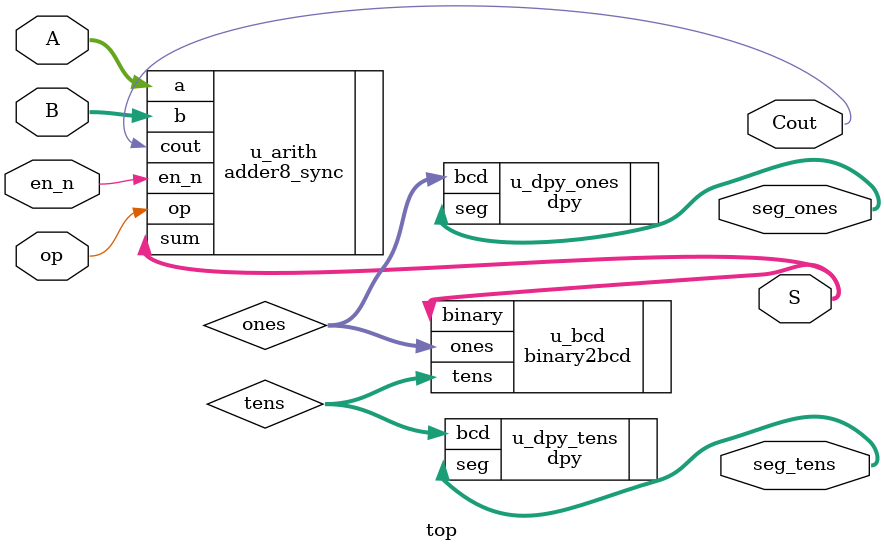
<source format=v>
module top(
    input [7:0] A,
    input [7:0] B,
    input op,           // 0: ¼Ó·¨£¬1: ¼õ·¨
    input en_n,         // µÍÓÐÐ§Ê¹ÄÜÐÅºÅ
    output [7:0] S,
    output [6:0] seg_tens,  // Ê®Î»ÊýÂë¹ÜÊä³ö
    output [6:0] seg_ones,  // ¸öÎ»ÊýÂë¹ÜÊä³ö
    output Cout          // ½øÎ»/½èÎ»Êä³ö
);

    wire [3:0] tens, ones;

    // ÊµÀý»¯8Î»¼Ó¼õÆ÷£¨×éºÏÁ½¸ösync_adder4£©
    adder8_sync u_arith (
        .a(A),
        .b(B),
        .op(op),
        .en_n(en_n),
        .sum(S),
        .cout(Cout)
    );

    // ¶þ½øÖÆ×ªBCD
    binary2bcd u_bcd (
        .binary(S),
        .tens(tens),
        .ones(ones)
    );

    // ÊýÂë¹ÜÏÔÊ¾£¨Ê®Î»£©
    dpy u_dpy_tens (
        .bcd(tens),
        .seg(seg_tens)
    );

    // ÊýÂë¹ÜÏÔÊ¾£¨¸öÎ»£©
    dpy u_dpy_ones (
        .bcd(ones),
        .seg(seg_ones)
    );

endmodule
</source>
